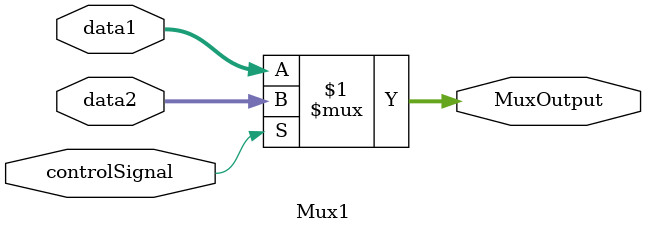
<source format=v>
`timescale 1ns / 1ps
module Mux1(
	input [7:0] data1, data2,
	input controlSignal,
	output [7:0] MuxOutput
    );
	 
	 assign MuxOutput = (controlSignal) ? data2: data1;


endmodule

</source>
